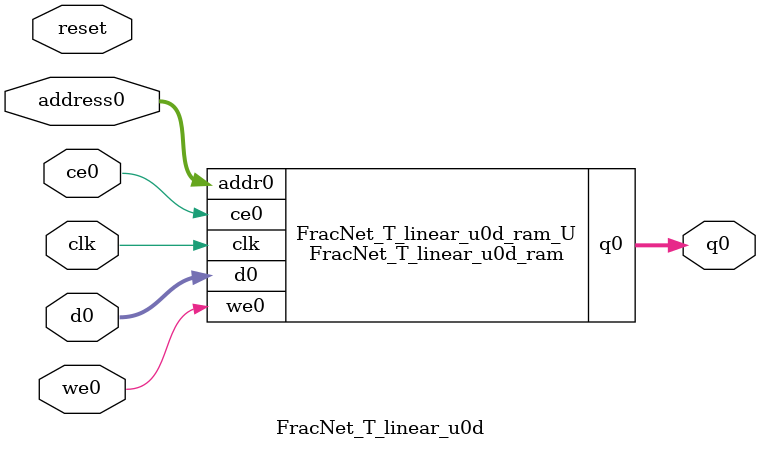
<source format=v>
`timescale 1 ns / 1 ps
module FracNet_T_linear_u0d_ram (addr0, ce0, d0, we0, q0,  clk);

parameter DWIDTH = 24;
parameter AWIDTH = 4;
parameter MEM_SIZE = 10;

input[AWIDTH-1:0] addr0;
input ce0;
input[DWIDTH-1:0] d0;
input we0;
output reg[DWIDTH-1:0] q0;
input clk;

(* ram_style = "distributed" *)reg [DWIDTH-1:0] ram[0:MEM_SIZE-1];




always @(posedge clk)  
begin 
    if (ce0) begin
        if (we0) 
            ram[addr0] <= d0; 
        q0 <= ram[addr0];
    end
end


endmodule

`timescale 1 ns / 1 ps
module FracNet_T_linear_u0d(
    reset,
    clk,
    address0,
    ce0,
    we0,
    d0,
    q0);

parameter DataWidth = 32'd24;
parameter AddressRange = 32'd10;
parameter AddressWidth = 32'd4;
input reset;
input clk;
input[AddressWidth - 1:0] address0;
input ce0;
input we0;
input[DataWidth - 1:0] d0;
output[DataWidth - 1:0] q0;



FracNet_T_linear_u0d_ram FracNet_T_linear_u0d_ram_U(
    .clk( clk ),
    .addr0( address0 ),
    .ce0( ce0 ),
    .we0( we0 ),
    .d0( d0 ),
    .q0( q0 ));

endmodule


</source>
